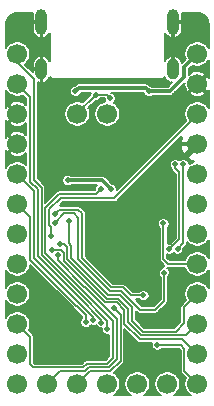
<source format=gbl>
G04 #@! TF.GenerationSoftware,KiCad,Pcbnew,(5.1.6)-1*
G04 #@! TF.CreationDate,2020-09-27T19:06:04+08:00*
G04 #@! TF.ProjectId,Alvaro,416c7661-726f-42e6-9b69-6361645f7063,C*
G04 #@! TF.SameCoordinates,Original*
G04 #@! TF.FileFunction,Copper,L2,Bot*
G04 #@! TF.FilePolarity,Positive*
%FSLAX46Y46*%
G04 Gerber Fmt 4.6, Leading zero omitted, Abs format (unit mm)*
G04 Created by KiCad (PCBNEW (5.1.6)-1) date 2020-09-27 19:06:04*
%MOMM*%
%LPD*%
G01*
G04 APERTURE LIST*
G04 #@! TA.AperFunction,ComponentPad*
%ADD10O,1.000000X1.800000*%
G04 #@! TD*
G04 #@! TA.AperFunction,ComponentPad*
%ADD11O,1.000000X2.200000*%
G04 #@! TD*
G04 #@! TA.AperFunction,ComponentPad*
%ADD12C,1.700000*%
G04 #@! TD*
G04 #@! TA.AperFunction,ViaPad*
%ADD13C,0.500000*%
G04 #@! TD*
G04 #@! TA.AperFunction,Conductor*
%ADD14C,0.310000*%
G04 #@! TD*
G04 #@! TA.AperFunction,Conductor*
%ADD15C,0.160000*%
G04 #@! TD*
G04 #@! TA.AperFunction,Conductor*
%ADD16C,0.254000*%
G04 #@! TD*
G04 APERTURE END LIST*
D10*
X24425000Y-28600000D03*
X35575000Y-28600000D03*
D11*
X24425000Y-24600000D03*
X35575000Y-24600000D03*
D12*
X24920000Y-55240000D03*
X27460000Y-55240000D03*
X30000000Y-55240000D03*
X32540000Y-55240000D03*
X35080000Y-55240000D03*
X22380000Y-27300000D03*
X22380000Y-29840000D03*
X22380000Y-32380000D03*
X22380000Y-34920000D03*
X22380000Y-37460000D03*
X22380000Y-40000000D03*
X22380000Y-42540000D03*
X22380000Y-45080000D03*
X22380000Y-47620000D03*
X22380000Y-50160000D03*
X22380000Y-52700000D03*
X22380000Y-55240000D03*
X37620000Y-55240000D03*
X37620000Y-52700000D03*
X37620000Y-50160000D03*
X37620000Y-47620000D03*
X37620000Y-45080000D03*
X37620000Y-42540000D03*
X37620000Y-40000000D03*
X37620000Y-37460000D03*
X37620000Y-34920000D03*
X37620000Y-32380000D03*
X37620000Y-29840000D03*
X37620000Y-27300000D03*
X30000000Y-32380000D03*
X27460000Y-32380000D03*
D13*
X33075010Y-48460000D03*
X35599993Y-42600000D03*
X32144943Y-38744456D03*
X26289990Y-39978317D03*
X36800000Y-43850000D03*
X24100000Y-51150000D03*
X24100000Y-50050000D03*
X24100000Y-52250000D03*
X27600000Y-34000000D03*
X36000000Y-49150000D03*
X36200000Y-47500000D03*
X23450000Y-46500000D03*
X35900000Y-53300000D03*
X35575000Y-27225000D03*
X35575000Y-26175000D03*
X24425000Y-27225000D03*
X24425000Y-26200000D03*
X32125000Y-52450000D03*
X32900000Y-49925000D03*
X29775000Y-52900000D03*
X29800000Y-51400000D03*
X25000000Y-38950000D03*
X24125000Y-49100000D03*
X30825000Y-37875000D03*
X24900000Y-35925000D03*
X24600000Y-30150000D03*
X29450000Y-34100000D03*
X33350000Y-32400000D03*
X31600000Y-32400000D03*
X25240040Y-42705931D03*
X34735854Y-41614146D03*
X26721672Y-41471672D03*
X25968156Y-43369947D03*
X25309999Y-43859999D03*
X34229687Y-51929687D03*
X29430020Y-38750001D03*
X34803589Y-45796411D03*
X25585000Y-41564245D03*
X33050000Y-47710000D03*
X25585000Y-40810002D03*
X28182768Y-50012814D03*
X28814335Y-49821175D03*
X29488133Y-50042411D03*
X29999970Y-50600000D03*
X35750000Y-36617471D03*
X35250000Y-43800000D03*
X36410003Y-36617471D03*
X35942965Y-43800000D03*
X25800000Y-44350000D03*
X29039997Y-30739999D03*
X30250000Y-31050000D03*
X26650000Y-38000000D03*
X30325000Y-38750001D03*
X27300000Y-30450000D03*
X33517002Y-30450000D03*
X30555889Y-48819111D03*
D14*
X35969399Y-34920000D02*
X37620000Y-34920000D01*
X32144943Y-38744456D02*
X31254388Y-39635011D01*
X35599993Y-42600000D02*
X35599993Y-39999993D01*
X33650000Y-38050000D02*
X33244700Y-37644700D01*
X32144943Y-38744456D02*
X33244700Y-37644700D01*
X35599993Y-39999993D02*
X33650000Y-38050000D01*
X33244700Y-37644700D02*
X35969399Y-34920000D01*
X34170853Y-41342945D02*
X34170853Y-47717710D01*
X33428563Y-48460000D02*
X33075010Y-48460000D01*
X34464653Y-41049145D02*
X34170853Y-41342945D01*
X35007055Y-41049145D02*
X34464653Y-41049145D01*
X35599993Y-41642083D02*
X35007055Y-41049145D01*
X34170853Y-47717710D02*
X33428563Y-48460000D01*
X35599993Y-42600000D02*
X35599993Y-41642083D01*
X30911082Y-39978317D02*
X31254388Y-39635011D01*
X26289990Y-39978317D02*
X30911082Y-39978317D01*
D15*
X25240040Y-41940040D02*
X25240040Y-42705931D01*
X25094999Y-41794999D02*
X25240040Y-41940040D01*
X25094999Y-40448106D02*
X25094999Y-41794999D01*
X30586886Y-39488316D02*
X26054789Y-39488316D01*
X26054789Y-39488316D02*
X25094999Y-40448106D01*
X37620000Y-32455202D02*
X30586886Y-39488316D01*
X37620000Y-32380000D02*
X37620000Y-32455202D01*
X34735854Y-44011056D02*
X34735854Y-41614146D01*
X37620000Y-45080000D02*
X35155000Y-45080000D01*
X34735854Y-44660854D02*
X34735854Y-44011056D01*
X35155000Y-45080000D02*
X34735854Y-44660854D01*
X36500000Y-48740000D02*
X37620000Y-47620000D01*
X26721672Y-43317348D02*
X26930019Y-43525695D01*
X30090588Y-47689090D02*
X31056194Y-47689090D01*
X26930019Y-43525695D02*
X26930019Y-44528521D01*
X26930019Y-44528521D02*
X30090588Y-47689090D01*
X32090018Y-48722914D02*
X32090018Y-49884894D01*
X32090018Y-49884894D02*
X33004790Y-50799666D01*
X33004790Y-50799666D02*
X35800334Y-50799666D01*
X35800334Y-50799666D02*
X36500000Y-50100000D01*
X36500000Y-50100000D02*
X36500000Y-48740000D01*
X31056194Y-47689090D02*
X32090018Y-48722914D01*
X26721672Y-41471672D02*
X26721672Y-43317348D01*
X26610010Y-43658248D02*
X26321709Y-43369947D01*
X26610011Y-44661075D02*
X26610010Y-43658248D01*
X30923642Y-48009100D02*
X29958036Y-48009100D01*
X29958036Y-48009100D02*
X26610011Y-44661075D01*
X36660324Y-51119676D02*
X32872238Y-51119676D01*
X26321709Y-43369947D02*
X25968156Y-43369947D01*
X32872238Y-51119676D02*
X31770010Y-50017448D01*
X31770009Y-48855467D02*
X30923642Y-48009100D01*
X37620000Y-50160000D02*
X36660324Y-51119676D01*
X31770010Y-50017448D02*
X31770009Y-48855467D01*
X25309999Y-43859999D02*
X25309999Y-43859999D01*
X36359686Y-51439686D02*
X37620000Y-52700000D01*
X32739686Y-51439686D02*
X36359686Y-51439686D01*
X31450000Y-50150000D02*
X32739686Y-51439686D01*
X31450000Y-48988020D02*
X31450000Y-50150000D01*
X30791090Y-48329110D02*
X31450000Y-48988020D01*
X29825484Y-48329110D02*
X30791090Y-48329110D01*
X26290001Y-44793627D02*
X29825484Y-48329110D01*
X26035201Y-43859999D02*
X26290001Y-44114799D01*
X26290001Y-44114799D02*
X26290001Y-44793627D01*
X25309999Y-43859999D02*
X26035201Y-43859999D01*
X34229687Y-51929687D02*
X36229687Y-51929687D01*
X36529999Y-54149999D02*
X37620000Y-55240000D01*
X36529999Y-52229999D02*
X36529999Y-54149999D01*
X36229687Y-51929687D02*
X36529999Y-52229999D01*
X25922237Y-39168306D02*
X29011715Y-39168306D01*
X24750040Y-40340503D02*
X25922237Y-39168306D01*
X27964887Y-53829989D02*
X28284897Y-53509979D01*
X28284897Y-53509979D02*
X29984897Y-53509979D01*
X29011715Y-39168306D02*
X29430020Y-38750001D01*
X23470001Y-53570001D02*
X23729989Y-53829989D01*
X23729989Y-53829989D02*
X27964887Y-53829989D01*
X22380000Y-50160000D02*
X23470001Y-51250001D01*
X27914354Y-47329990D02*
X24750040Y-44165676D01*
X24750040Y-44165676D02*
X24750040Y-40340503D01*
X29984897Y-53509979D02*
X30489970Y-53004906D01*
X23470001Y-51250001D02*
X23470001Y-53570001D01*
X30489970Y-53004906D02*
X30489970Y-49898720D01*
X30489970Y-49898720D02*
X27921240Y-47329990D01*
X27921240Y-47329990D02*
X27914354Y-47329990D01*
X26360918Y-40788327D02*
X25585000Y-41564245D01*
X30204060Y-47350000D02*
X27533301Y-44679241D01*
X27533301Y-41183301D02*
X27138327Y-40788327D01*
X31169666Y-47350000D02*
X30204060Y-47350000D01*
X27533301Y-44679241D02*
X27533301Y-41183301D01*
X34803589Y-45796411D02*
X34803589Y-48196411D01*
X32750000Y-48950000D02*
X32750000Y-48930334D01*
X27138327Y-40788327D02*
X26360918Y-40788327D01*
X34803589Y-48196411D02*
X34050000Y-48950000D01*
X32750000Y-48930334D02*
X31169666Y-47350000D01*
X34050000Y-48950000D02*
X32750000Y-48950000D01*
X27543318Y-40468318D02*
X25926685Y-40468317D01*
X33050000Y-47710000D02*
X31982228Y-47710000D01*
X30336612Y-47029990D02*
X27853311Y-44546689D01*
X25926685Y-40468317D02*
X25585000Y-40810002D01*
X31982228Y-47710000D02*
X31302218Y-47029990D01*
X31302218Y-47029990D02*
X30336612Y-47029990D01*
X27853311Y-40778311D02*
X27543318Y-40468318D01*
X27853311Y-44546689D02*
X27853311Y-40778311D01*
X23470002Y-41090002D02*
X23470003Y-44695887D01*
X22380000Y-40000000D02*
X23470002Y-41090002D01*
X23470003Y-44695887D02*
X27384145Y-48610029D01*
X27384145Y-48610029D02*
X27391031Y-48610029D01*
X28200000Y-49900000D02*
X28200000Y-49418998D01*
X27391031Y-48610029D02*
X27840501Y-49059499D01*
X28200000Y-49418998D02*
X27840501Y-49059499D01*
X23790012Y-38870012D02*
X22380000Y-37460000D01*
X23790012Y-44563334D02*
X23790012Y-38870012D01*
X27516697Y-48290019D02*
X23790012Y-44563334D01*
X27523583Y-48290019D02*
X27516697Y-48290019D01*
X28814335Y-49580771D02*
X27523583Y-48290019D01*
X28814335Y-49821175D02*
X28814335Y-49580771D01*
X27656137Y-47970011D02*
X27649250Y-47970010D01*
X24110022Y-38737460D02*
X23470002Y-38097440D01*
X23470002Y-38097440D02*
X23470001Y-30930001D01*
X29488133Y-50042411D02*
X29488133Y-49802007D01*
X27649250Y-47970010D02*
X24110022Y-44430782D01*
X23470001Y-30930001D02*
X22380000Y-29840000D01*
X29488133Y-49802007D02*
X27656137Y-47970011D01*
X24110022Y-44430782D02*
X24110022Y-38737460D01*
X29999970Y-50600000D02*
X29999970Y-49861282D01*
X27788689Y-47650001D02*
X27781803Y-47650001D01*
X24430031Y-38604907D02*
X23790010Y-37964886D01*
X27781803Y-47650001D02*
X24430031Y-44298229D01*
X24430031Y-44298229D02*
X24430031Y-38604907D01*
X23790010Y-37964886D02*
X23790010Y-29411542D01*
X23790010Y-29411542D02*
X22380000Y-28001532D01*
X22380000Y-28001532D02*
X22380000Y-27300000D01*
X29999970Y-49861282D02*
X27788689Y-47650001D01*
X35250000Y-43800000D02*
X36089993Y-42960007D01*
X35750000Y-36971024D02*
X36089993Y-37311017D01*
X35750000Y-36617471D02*
X35750000Y-36971024D01*
X36089993Y-37311017D02*
X36089993Y-42960007D01*
X36410003Y-36617471D02*
X36410003Y-43332962D01*
X36410003Y-43332962D02*
X35942965Y-43800000D01*
X26010001Y-54149999D02*
X24920000Y-55240000D01*
X28086926Y-47050000D02*
X28093812Y-47050000D01*
X28046906Y-47009980D02*
X28086926Y-47050000D01*
X28046906Y-47003094D02*
X28046906Y-47009980D01*
X25800000Y-44756188D02*
X28046906Y-47003094D01*
X28417449Y-53829989D02*
X28097439Y-54149999D01*
X25800000Y-44350000D02*
X25800000Y-44756188D01*
X28093812Y-47050000D02*
X30809980Y-49766168D01*
X30809980Y-49766168D02*
X30809980Y-53137458D01*
X28097439Y-54149999D02*
X26010001Y-54149999D01*
X30809980Y-53137458D02*
X30117449Y-53829989D01*
X30117449Y-53829989D02*
X28417449Y-53829989D01*
X27460000Y-32319996D02*
X27460000Y-32380000D01*
X29039997Y-30739999D02*
X27460000Y-32319996D01*
X29939999Y-30739999D02*
X30250000Y-31050000D01*
X29039997Y-30739999D02*
X29939999Y-30739999D01*
D14*
X36501299Y-29226299D02*
X36501299Y-28418701D01*
X36501299Y-28418701D02*
X37620000Y-27300000D01*
X36501299Y-29226299D02*
X35767608Y-29959990D01*
X29574999Y-38000000D02*
X26650000Y-38000000D01*
X30325000Y-38750001D02*
X29574999Y-38000000D01*
X27575002Y-30174998D02*
X27300000Y-30450000D01*
X33242000Y-30174998D02*
X27575002Y-30174998D01*
X33517002Y-30450000D02*
X33242000Y-30174998D01*
X35277598Y-30450000D02*
X35767608Y-29959990D01*
X33517002Y-30450000D02*
X35277598Y-30450000D01*
D15*
X27460000Y-55240000D02*
X28550001Y-54149999D01*
X28550001Y-54149999D02*
X30250001Y-54149999D01*
X30250001Y-54149999D02*
X31129990Y-53270010D01*
X31129990Y-49393212D02*
X30555889Y-48819111D01*
X31129990Y-50745010D02*
X31129990Y-49393212D01*
X31129990Y-50745010D02*
X31129990Y-53270010D01*
G36*
X32502300Y-51654849D02*
G01*
X32512317Y-51667055D01*
X32524522Y-51677071D01*
X32524525Y-51677074D01*
X32561042Y-51707043D01*
X32599771Y-51727744D01*
X32616635Y-51736758D01*
X32676955Y-51755056D01*
X32723968Y-51759686D01*
X32723972Y-51759686D01*
X32739685Y-51761234D01*
X32755398Y-51759686D01*
X33769731Y-51759686D01*
X33758517Y-51786759D01*
X33739687Y-51881426D01*
X33739687Y-51977948D01*
X33758517Y-52072615D01*
X33795455Y-52161789D01*
X33849079Y-52242044D01*
X33917330Y-52310295D01*
X33997585Y-52363919D01*
X34086759Y-52400857D01*
X34181426Y-52419687D01*
X34277948Y-52419687D01*
X34372615Y-52400857D01*
X34461789Y-52363919D01*
X34542044Y-52310295D01*
X34602652Y-52249687D01*
X36097139Y-52249687D01*
X36209999Y-52362547D01*
X36210000Y-54134276D01*
X36208451Y-54149999D01*
X36211453Y-54180475D01*
X36214630Y-54212730D01*
X36232928Y-54273050D01*
X36262642Y-54328641D01*
X36287965Y-54359497D01*
X36302631Y-54377368D01*
X36314840Y-54387387D01*
X36653202Y-54725750D01*
X36571888Y-54922059D01*
X36530000Y-55132644D01*
X36530000Y-55347356D01*
X36571888Y-55557941D01*
X36654055Y-55756309D01*
X36773342Y-55934834D01*
X36925166Y-56086658D01*
X37087311Y-56195000D01*
X35612689Y-56195000D01*
X35774834Y-56086658D01*
X35926658Y-55934834D01*
X36045945Y-55756309D01*
X36128112Y-55557941D01*
X36170000Y-55347356D01*
X36170000Y-55132644D01*
X36128112Y-54922059D01*
X36045945Y-54723691D01*
X35926658Y-54545166D01*
X35774834Y-54393342D01*
X35596309Y-54274055D01*
X35397941Y-54191888D01*
X35187356Y-54150000D01*
X34972644Y-54150000D01*
X34762059Y-54191888D01*
X34563691Y-54274055D01*
X34385166Y-54393342D01*
X34233342Y-54545166D01*
X34114055Y-54723691D01*
X34031888Y-54922059D01*
X33990000Y-55132644D01*
X33990000Y-55347356D01*
X34031888Y-55557941D01*
X34114055Y-55756309D01*
X34233342Y-55934834D01*
X34385166Y-56086658D01*
X34547311Y-56195000D01*
X33072689Y-56195000D01*
X33234834Y-56086658D01*
X33386658Y-55934834D01*
X33505945Y-55756309D01*
X33588112Y-55557941D01*
X33630000Y-55347356D01*
X33630000Y-55132644D01*
X33588112Y-54922059D01*
X33505945Y-54723691D01*
X33386658Y-54545166D01*
X33234834Y-54393342D01*
X33056309Y-54274055D01*
X32857941Y-54191888D01*
X32647356Y-54150000D01*
X32432644Y-54150000D01*
X32222059Y-54191888D01*
X32023691Y-54274055D01*
X31845166Y-54393342D01*
X31693342Y-54545166D01*
X31574055Y-54723691D01*
X31491888Y-54922059D01*
X31450000Y-55132644D01*
X31450000Y-55347356D01*
X31491888Y-55557941D01*
X31574055Y-55756309D01*
X31693342Y-55934834D01*
X31845166Y-56086658D01*
X32007311Y-56195000D01*
X30532689Y-56195000D01*
X30694834Y-56086658D01*
X30846658Y-55934834D01*
X30965945Y-55756309D01*
X31048112Y-55557941D01*
X31090000Y-55347356D01*
X31090000Y-55132644D01*
X31048112Y-54922059D01*
X30965945Y-54723691D01*
X30846658Y-54545166D01*
X30694834Y-54393342D01*
X30553585Y-54298962D01*
X31345153Y-53507396D01*
X31357359Y-53497379D01*
X31367378Y-53485171D01*
X31397347Y-53448654D01*
X31427061Y-53393062D01*
X31427062Y-53393061D01*
X31445360Y-53332741D01*
X31449990Y-53285728D01*
X31449990Y-53285724D01*
X31451538Y-53270011D01*
X31449990Y-53254298D01*
X31449990Y-50602537D01*
X32502300Y-51654849D01*
G37*
X32502300Y-51654849D02*
X32512317Y-51667055D01*
X32524522Y-51677071D01*
X32524525Y-51677074D01*
X32561042Y-51707043D01*
X32599771Y-51727744D01*
X32616635Y-51736758D01*
X32676955Y-51755056D01*
X32723968Y-51759686D01*
X32723972Y-51759686D01*
X32739685Y-51761234D01*
X32755398Y-51759686D01*
X33769731Y-51759686D01*
X33758517Y-51786759D01*
X33739687Y-51881426D01*
X33739687Y-51977948D01*
X33758517Y-52072615D01*
X33795455Y-52161789D01*
X33849079Y-52242044D01*
X33917330Y-52310295D01*
X33997585Y-52363919D01*
X34086759Y-52400857D01*
X34181426Y-52419687D01*
X34277948Y-52419687D01*
X34372615Y-52400857D01*
X34461789Y-52363919D01*
X34542044Y-52310295D01*
X34602652Y-52249687D01*
X36097139Y-52249687D01*
X36209999Y-52362547D01*
X36210000Y-54134276D01*
X36208451Y-54149999D01*
X36211453Y-54180475D01*
X36214630Y-54212730D01*
X36232928Y-54273050D01*
X36262642Y-54328641D01*
X36287965Y-54359497D01*
X36302631Y-54377368D01*
X36314840Y-54387387D01*
X36653202Y-54725750D01*
X36571888Y-54922059D01*
X36530000Y-55132644D01*
X36530000Y-55347356D01*
X36571888Y-55557941D01*
X36654055Y-55756309D01*
X36773342Y-55934834D01*
X36925166Y-56086658D01*
X37087311Y-56195000D01*
X35612689Y-56195000D01*
X35774834Y-56086658D01*
X35926658Y-55934834D01*
X36045945Y-55756309D01*
X36128112Y-55557941D01*
X36170000Y-55347356D01*
X36170000Y-55132644D01*
X36128112Y-54922059D01*
X36045945Y-54723691D01*
X35926658Y-54545166D01*
X35774834Y-54393342D01*
X35596309Y-54274055D01*
X35397941Y-54191888D01*
X35187356Y-54150000D01*
X34972644Y-54150000D01*
X34762059Y-54191888D01*
X34563691Y-54274055D01*
X34385166Y-54393342D01*
X34233342Y-54545166D01*
X34114055Y-54723691D01*
X34031888Y-54922059D01*
X33990000Y-55132644D01*
X33990000Y-55347356D01*
X34031888Y-55557941D01*
X34114055Y-55756309D01*
X34233342Y-55934834D01*
X34385166Y-56086658D01*
X34547311Y-56195000D01*
X33072689Y-56195000D01*
X33234834Y-56086658D01*
X33386658Y-55934834D01*
X33505945Y-55756309D01*
X33588112Y-55557941D01*
X33630000Y-55347356D01*
X33630000Y-55132644D01*
X33588112Y-54922059D01*
X33505945Y-54723691D01*
X33386658Y-54545166D01*
X33234834Y-54393342D01*
X33056309Y-54274055D01*
X32857941Y-54191888D01*
X32647356Y-54150000D01*
X32432644Y-54150000D01*
X32222059Y-54191888D01*
X32023691Y-54274055D01*
X31845166Y-54393342D01*
X31693342Y-54545166D01*
X31574055Y-54723691D01*
X31491888Y-54922059D01*
X31450000Y-55132644D01*
X31450000Y-55347356D01*
X31491888Y-55557941D01*
X31574055Y-55756309D01*
X31693342Y-55934834D01*
X31845166Y-56086658D01*
X32007311Y-56195000D01*
X30532689Y-56195000D01*
X30694834Y-56086658D01*
X30846658Y-55934834D01*
X30965945Y-55756309D01*
X31048112Y-55557941D01*
X31090000Y-55347356D01*
X31090000Y-55132644D01*
X31048112Y-54922059D01*
X30965945Y-54723691D01*
X30846658Y-54545166D01*
X30694834Y-54393342D01*
X30553585Y-54298962D01*
X31345153Y-53507396D01*
X31357359Y-53497379D01*
X31367378Y-53485171D01*
X31397347Y-53448654D01*
X31427061Y-53393062D01*
X31427062Y-53393061D01*
X31445360Y-53332741D01*
X31449990Y-53285728D01*
X31449990Y-53285724D01*
X31451538Y-53270011D01*
X31449990Y-53254298D01*
X31449990Y-50602537D01*
X32502300Y-51654849D01*
G36*
X27146755Y-48825187D02*
G01*
X27156776Y-48837398D01*
X27168985Y-48847417D01*
X27205502Y-48877386D01*
X27206230Y-48877775D01*
X27625341Y-49296887D01*
X27625346Y-49296891D01*
X27880001Y-49551547D01*
X27880001Y-49625799D01*
X27870411Y-49632206D01*
X27802160Y-49700457D01*
X27748536Y-49780712D01*
X27711598Y-49869886D01*
X27692768Y-49964553D01*
X27692768Y-50061075D01*
X27711598Y-50155742D01*
X27748536Y-50244916D01*
X27802160Y-50325171D01*
X27870411Y-50393422D01*
X27950666Y-50447046D01*
X28039840Y-50483984D01*
X28134507Y-50502814D01*
X28231029Y-50502814D01*
X28325696Y-50483984D01*
X28414870Y-50447046D01*
X28495125Y-50393422D01*
X28563376Y-50325171D01*
X28603973Y-50264412D01*
X28671407Y-50292345D01*
X28766074Y-50311175D01*
X28862596Y-50311175D01*
X28957263Y-50292345D01*
X29046053Y-50255566D01*
X29053901Y-50274513D01*
X29107525Y-50354768D01*
X29175776Y-50423019D01*
X29256031Y-50476643D01*
X29345205Y-50513581D01*
X29439872Y-50532411D01*
X29513814Y-50532411D01*
X29509970Y-50551739D01*
X29509970Y-50648261D01*
X29528800Y-50742928D01*
X29565738Y-50832102D01*
X29619362Y-50912357D01*
X29687613Y-50980608D01*
X29767868Y-51034232D01*
X29857042Y-51071170D01*
X29951709Y-51090000D01*
X30048231Y-51090000D01*
X30142898Y-51071170D01*
X30169971Y-51059956D01*
X30169970Y-52872358D01*
X29852350Y-53189979D01*
X28300602Y-53189979D01*
X28284896Y-53188432D01*
X28269190Y-53189979D01*
X28269179Y-53189979D01*
X28222166Y-53194609D01*
X28161846Y-53212907D01*
X28155482Y-53216309D01*
X28106253Y-53242622D01*
X28069736Y-53272591D01*
X28069733Y-53272594D01*
X28057528Y-53282610D01*
X28047511Y-53294816D01*
X27832339Y-53509989D01*
X23862537Y-53509989D01*
X23790001Y-53437454D01*
X23790001Y-51265713D01*
X23791549Y-51250000D01*
X23790001Y-51234283D01*
X23785371Y-51187270D01*
X23767073Y-51126950D01*
X23737359Y-51071360D01*
X23737358Y-51071358D01*
X23707389Y-51034840D01*
X23707386Y-51034837D01*
X23697370Y-51022632D01*
X23685165Y-51012617D01*
X23346798Y-50674250D01*
X23428112Y-50477941D01*
X23470000Y-50267356D01*
X23470000Y-50052644D01*
X23428112Y-49842059D01*
X23345945Y-49643691D01*
X23226658Y-49465166D01*
X23074834Y-49313342D01*
X22896309Y-49194055D01*
X22697941Y-49111888D01*
X22487356Y-49070000D01*
X22272644Y-49070000D01*
X22062059Y-49111888D01*
X21863691Y-49194055D01*
X21685166Y-49313342D01*
X21533342Y-49465166D01*
X21425000Y-49627311D01*
X21425000Y-48152689D01*
X21533342Y-48314834D01*
X21685166Y-48466658D01*
X21863691Y-48585945D01*
X22062059Y-48668112D01*
X22272644Y-48710000D01*
X22487356Y-48710000D01*
X22697941Y-48668112D01*
X22896309Y-48585945D01*
X23074834Y-48466658D01*
X23226658Y-48314834D01*
X23345945Y-48136309D01*
X23428112Y-47937941D01*
X23470000Y-47727356D01*
X23470000Y-47512644D01*
X23428112Y-47302059D01*
X23345945Y-47103691D01*
X23226658Y-46925166D01*
X23074834Y-46773342D01*
X22896309Y-46654055D01*
X22697941Y-46571888D01*
X22487356Y-46530000D01*
X22272644Y-46530000D01*
X22062059Y-46571888D01*
X21863691Y-46654055D01*
X21685166Y-46773342D01*
X21533342Y-46925166D01*
X21425000Y-47087311D01*
X21425000Y-45612689D01*
X21533342Y-45774834D01*
X21685166Y-45926658D01*
X21863691Y-46045945D01*
X22062059Y-46128112D01*
X22272644Y-46170000D01*
X22487356Y-46170000D01*
X22697941Y-46128112D01*
X22896309Y-46045945D01*
X23074834Y-45926658D01*
X23226658Y-45774834D01*
X23345945Y-45596309D01*
X23428112Y-45397941D01*
X23470000Y-45187356D01*
X23470000Y-45148431D01*
X27146755Y-48825187D01*
G37*
X27146755Y-48825187D02*
X27156776Y-48837398D01*
X27168985Y-48847417D01*
X27205502Y-48877386D01*
X27206230Y-48877775D01*
X27625341Y-49296887D01*
X27625346Y-49296891D01*
X27880001Y-49551547D01*
X27880001Y-49625799D01*
X27870411Y-49632206D01*
X27802160Y-49700457D01*
X27748536Y-49780712D01*
X27711598Y-49869886D01*
X27692768Y-49964553D01*
X27692768Y-50061075D01*
X27711598Y-50155742D01*
X27748536Y-50244916D01*
X27802160Y-50325171D01*
X27870411Y-50393422D01*
X27950666Y-50447046D01*
X28039840Y-50483984D01*
X28134507Y-50502814D01*
X28231029Y-50502814D01*
X28325696Y-50483984D01*
X28414870Y-50447046D01*
X28495125Y-50393422D01*
X28563376Y-50325171D01*
X28603973Y-50264412D01*
X28671407Y-50292345D01*
X28766074Y-50311175D01*
X28862596Y-50311175D01*
X28957263Y-50292345D01*
X29046053Y-50255566D01*
X29053901Y-50274513D01*
X29107525Y-50354768D01*
X29175776Y-50423019D01*
X29256031Y-50476643D01*
X29345205Y-50513581D01*
X29439872Y-50532411D01*
X29513814Y-50532411D01*
X29509970Y-50551739D01*
X29509970Y-50648261D01*
X29528800Y-50742928D01*
X29565738Y-50832102D01*
X29619362Y-50912357D01*
X29687613Y-50980608D01*
X29767868Y-51034232D01*
X29857042Y-51071170D01*
X29951709Y-51090000D01*
X30048231Y-51090000D01*
X30142898Y-51071170D01*
X30169971Y-51059956D01*
X30169970Y-52872358D01*
X29852350Y-53189979D01*
X28300602Y-53189979D01*
X28284896Y-53188432D01*
X28269190Y-53189979D01*
X28269179Y-53189979D01*
X28222166Y-53194609D01*
X28161846Y-53212907D01*
X28155482Y-53216309D01*
X28106253Y-53242622D01*
X28069736Y-53272591D01*
X28069733Y-53272594D01*
X28057528Y-53282610D01*
X28047511Y-53294816D01*
X27832339Y-53509989D01*
X23862537Y-53509989D01*
X23790001Y-53437454D01*
X23790001Y-51265713D01*
X23791549Y-51250000D01*
X23790001Y-51234283D01*
X23785371Y-51187270D01*
X23767073Y-51126950D01*
X23737359Y-51071360D01*
X23737358Y-51071358D01*
X23707389Y-51034840D01*
X23707386Y-51034837D01*
X23697370Y-51022632D01*
X23685165Y-51012617D01*
X23346798Y-50674250D01*
X23428112Y-50477941D01*
X23470000Y-50267356D01*
X23470000Y-50052644D01*
X23428112Y-49842059D01*
X23345945Y-49643691D01*
X23226658Y-49465166D01*
X23074834Y-49313342D01*
X22896309Y-49194055D01*
X22697941Y-49111888D01*
X22487356Y-49070000D01*
X22272644Y-49070000D01*
X22062059Y-49111888D01*
X21863691Y-49194055D01*
X21685166Y-49313342D01*
X21533342Y-49465166D01*
X21425000Y-49627311D01*
X21425000Y-48152689D01*
X21533342Y-48314834D01*
X21685166Y-48466658D01*
X21863691Y-48585945D01*
X22062059Y-48668112D01*
X22272644Y-48710000D01*
X22487356Y-48710000D01*
X22697941Y-48668112D01*
X22896309Y-48585945D01*
X23074834Y-48466658D01*
X23226658Y-48314834D01*
X23345945Y-48136309D01*
X23428112Y-47937941D01*
X23470000Y-47727356D01*
X23470000Y-47512644D01*
X23428112Y-47302059D01*
X23345945Y-47103691D01*
X23226658Y-46925166D01*
X23074834Y-46773342D01*
X22896309Y-46654055D01*
X22697941Y-46571888D01*
X22487356Y-46530000D01*
X22272644Y-46530000D01*
X22062059Y-46571888D01*
X21863691Y-46654055D01*
X21685166Y-46773342D01*
X21533342Y-46925166D01*
X21425000Y-47087311D01*
X21425000Y-45612689D01*
X21533342Y-45774834D01*
X21685166Y-45926658D01*
X21863691Y-46045945D01*
X22062059Y-46128112D01*
X22272644Y-46170000D01*
X22487356Y-46170000D01*
X22697941Y-46128112D01*
X22896309Y-46045945D01*
X23074834Y-45926658D01*
X23226658Y-45774834D01*
X23345945Y-45596309D01*
X23428112Y-45397941D01*
X23470000Y-45187356D01*
X23470000Y-45148431D01*
X27146755Y-48825187D01*
G36*
X35092269Y-45395370D02*
G01*
X35139282Y-45400000D01*
X35139287Y-45400000D01*
X35155000Y-45401548D01*
X35170713Y-45400000D01*
X36572741Y-45400000D01*
X36654055Y-45596309D01*
X36773342Y-45774834D01*
X36925166Y-45926658D01*
X37103691Y-46045945D01*
X37302059Y-46128112D01*
X37512644Y-46170000D01*
X37727356Y-46170000D01*
X37937941Y-46128112D01*
X38136309Y-46045945D01*
X38314834Y-45926658D01*
X38466658Y-45774834D01*
X38575000Y-45612689D01*
X38575000Y-47087311D01*
X38466658Y-46925166D01*
X38314834Y-46773342D01*
X38136309Y-46654055D01*
X37937941Y-46571888D01*
X37727356Y-46530000D01*
X37512644Y-46530000D01*
X37302059Y-46571888D01*
X37103691Y-46654055D01*
X36925166Y-46773342D01*
X36773342Y-46925166D01*
X36654055Y-47103691D01*
X36571888Y-47302059D01*
X36530000Y-47512644D01*
X36530000Y-47727356D01*
X36571888Y-47937941D01*
X36653202Y-48134250D01*
X36284843Y-48502610D01*
X36272632Y-48512631D01*
X36262612Y-48524841D01*
X36232643Y-48561358D01*
X36209109Y-48605387D01*
X36202929Y-48616949D01*
X36184631Y-48677269D01*
X36181684Y-48707196D01*
X36178452Y-48740000D01*
X36180001Y-48755723D01*
X36180000Y-49967452D01*
X35667787Y-50479666D01*
X33137338Y-50479666D01*
X32410018Y-49752347D01*
X32410018Y-49042900D01*
X32467580Y-49100462D01*
X32482643Y-49128642D01*
X32513172Y-49165843D01*
X32522631Y-49177369D01*
X32571358Y-49217357D01*
X32626949Y-49247072D01*
X32687269Y-49265370D01*
X32750000Y-49271548D01*
X32765718Y-49270000D01*
X34034287Y-49270000D01*
X34050000Y-49271548D01*
X34065713Y-49270000D01*
X34065718Y-49270000D01*
X34112731Y-49265370D01*
X34173051Y-49247072D01*
X34228642Y-49217357D01*
X34277369Y-49177369D01*
X34287394Y-49165153D01*
X35018747Y-48433801D01*
X35030958Y-48423780D01*
X35057170Y-48391840D01*
X35070946Y-48375054D01*
X35088255Y-48342672D01*
X35100661Y-48319462D01*
X35118959Y-48259142D01*
X35123589Y-48212129D01*
X35123589Y-48212127D01*
X35125137Y-48196411D01*
X35123589Y-48180695D01*
X35123589Y-46169376D01*
X35184197Y-46108768D01*
X35237821Y-46028513D01*
X35274759Y-45939339D01*
X35293589Y-45844672D01*
X35293589Y-45748150D01*
X35274759Y-45653483D01*
X35237821Y-45564309D01*
X35184197Y-45484054D01*
X35115946Y-45415803D01*
X35079625Y-45391535D01*
X35092269Y-45395370D01*
G37*
X35092269Y-45395370D02*
X35139282Y-45400000D01*
X35139287Y-45400000D01*
X35155000Y-45401548D01*
X35170713Y-45400000D01*
X36572741Y-45400000D01*
X36654055Y-45596309D01*
X36773342Y-45774834D01*
X36925166Y-45926658D01*
X37103691Y-46045945D01*
X37302059Y-46128112D01*
X37512644Y-46170000D01*
X37727356Y-46170000D01*
X37937941Y-46128112D01*
X38136309Y-46045945D01*
X38314834Y-45926658D01*
X38466658Y-45774834D01*
X38575000Y-45612689D01*
X38575000Y-47087311D01*
X38466658Y-46925166D01*
X38314834Y-46773342D01*
X38136309Y-46654055D01*
X37937941Y-46571888D01*
X37727356Y-46530000D01*
X37512644Y-46530000D01*
X37302059Y-46571888D01*
X37103691Y-46654055D01*
X36925166Y-46773342D01*
X36773342Y-46925166D01*
X36654055Y-47103691D01*
X36571888Y-47302059D01*
X36530000Y-47512644D01*
X36530000Y-47727356D01*
X36571888Y-47937941D01*
X36653202Y-48134250D01*
X36284843Y-48502610D01*
X36272632Y-48512631D01*
X36262612Y-48524841D01*
X36232643Y-48561358D01*
X36209109Y-48605387D01*
X36202929Y-48616949D01*
X36184631Y-48677269D01*
X36181684Y-48707196D01*
X36178452Y-48740000D01*
X36180001Y-48755723D01*
X36180000Y-49967452D01*
X35667787Y-50479666D01*
X33137338Y-50479666D01*
X32410018Y-49752347D01*
X32410018Y-49042900D01*
X32467580Y-49100462D01*
X32482643Y-49128642D01*
X32513172Y-49165843D01*
X32522631Y-49177369D01*
X32571358Y-49217357D01*
X32626949Y-49247072D01*
X32687269Y-49265370D01*
X32750000Y-49271548D01*
X32765718Y-49270000D01*
X34034287Y-49270000D01*
X34050000Y-49271548D01*
X34065713Y-49270000D01*
X34065718Y-49270000D01*
X34112731Y-49265370D01*
X34173051Y-49247072D01*
X34228642Y-49217357D01*
X34277369Y-49177369D01*
X34287394Y-49165153D01*
X35018747Y-48433801D01*
X35030958Y-48423780D01*
X35057170Y-48391840D01*
X35070946Y-48375054D01*
X35088255Y-48342672D01*
X35100661Y-48319462D01*
X35118959Y-48259142D01*
X35123589Y-48212129D01*
X35123589Y-48212127D01*
X35125137Y-48196411D01*
X35123589Y-48180695D01*
X35123589Y-46169376D01*
X35184197Y-46108768D01*
X35237821Y-46028513D01*
X35274759Y-45939339D01*
X35293589Y-45844672D01*
X35293589Y-45748150D01*
X35274759Y-45653483D01*
X35237821Y-45564309D01*
X35184197Y-45484054D01*
X35115946Y-45415803D01*
X35079625Y-45391535D01*
X35092269Y-45395370D01*
G36*
X38575000Y-44547311D02*
G01*
X38466658Y-44385166D01*
X38314834Y-44233342D01*
X38136309Y-44114055D01*
X37937941Y-44031888D01*
X37727356Y-43990000D01*
X37512644Y-43990000D01*
X37302059Y-44031888D01*
X37103691Y-44114055D01*
X36925166Y-44233342D01*
X36773342Y-44385166D01*
X36654055Y-44563691D01*
X36572741Y-44760000D01*
X35287548Y-44760000D01*
X35055854Y-44528307D01*
X35055854Y-44249954D01*
X35107072Y-44271170D01*
X35201739Y-44290000D01*
X35298261Y-44290000D01*
X35392928Y-44271170D01*
X35482102Y-44234232D01*
X35562357Y-44180608D01*
X35596483Y-44146483D01*
X35630608Y-44180608D01*
X35710863Y-44234232D01*
X35800037Y-44271170D01*
X35894704Y-44290000D01*
X35991226Y-44290000D01*
X36085893Y-44271170D01*
X36175067Y-44234232D01*
X36255322Y-44180608D01*
X36323573Y-44112357D01*
X36377197Y-44032102D01*
X36414135Y-43942928D01*
X36432965Y-43848261D01*
X36432965Y-43762548D01*
X36625166Y-43570348D01*
X36637372Y-43560331D01*
X36647391Y-43548123D01*
X36677360Y-43511606D01*
X36707074Y-43456014D01*
X36707075Y-43456013D01*
X36725373Y-43395693D01*
X36730003Y-43348680D01*
X36730003Y-43348669D01*
X36731550Y-43332963D01*
X36730003Y-43317257D01*
X36730003Y-43169973D01*
X36773342Y-43234834D01*
X36925166Y-43386658D01*
X37103691Y-43505945D01*
X37302059Y-43588112D01*
X37512644Y-43630000D01*
X37727356Y-43630000D01*
X37937941Y-43588112D01*
X38136309Y-43505945D01*
X38314834Y-43386658D01*
X38466658Y-43234834D01*
X38575000Y-43072689D01*
X38575000Y-44547311D01*
G37*
X38575000Y-44547311D02*
X38466658Y-44385166D01*
X38314834Y-44233342D01*
X38136309Y-44114055D01*
X37937941Y-44031888D01*
X37727356Y-43990000D01*
X37512644Y-43990000D01*
X37302059Y-44031888D01*
X37103691Y-44114055D01*
X36925166Y-44233342D01*
X36773342Y-44385166D01*
X36654055Y-44563691D01*
X36572741Y-44760000D01*
X35287548Y-44760000D01*
X35055854Y-44528307D01*
X35055854Y-44249954D01*
X35107072Y-44271170D01*
X35201739Y-44290000D01*
X35298261Y-44290000D01*
X35392928Y-44271170D01*
X35482102Y-44234232D01*
X35562357Y-44180608D01*
X35596483Y-44146483D01*
X35630608Y-44180608D01*
X35710863Y-44234232D01*
X35800037Y-44271170D01*
X35894704Y-44290000D01*
X35991226Y-44290000D01*
X36085893Y-44271170D01*
X36175067Y-44234232D01*
X36255322Y-44180608D01*
X36323573Y-44112357D01*
X36377197Y-44032102D01*
X36414135Y-43942928D01*
X36432965Y-43848261D01*
X36432965Y-43762548D01*
X36625166Y-43570348D01*
X36637372Y-43560331D01*
X36647391Y-43548123D01*
X36677360Y-43511606D01*
X36707074Y-43456014D01*
X36707075Y-43456013D01*
X36725373Y-43395693D01*
X36730003Y-43348680D01*
X36730003Y-43348669D01*
X36731550Y-43332963D01*
X36730003Y-43317257D01*
X36730003Y-43169973D01*
X36773342Y-43234834D01*
X36925166Y-43386658D01*
X37103691Y-43505945D01*
X37302059Y-43588112D01*
X37512644Y-43630000D01*
X37727356Y-43630000D01*
X37937941Y-43588112D01*
X38136309Y-43505945D01*
X38314834Y-43386658D01*
X38466658Y-43234834D01*
X38575000Y-43072689D01*
X38575000Y-44547311D01*
G36*
X23685000Y-23920000D02*
G01*
X23685000Y-24520000D01*
X24345000Y-24520000D01*
X24345000Y-24500000D01*
X24505000Y-24500000D01*
X24505000Y-24520000D01*
X24525000Y-24520000D01*
X24525000Y-24680000D01*
X24505000Y-24680000D01*
X24505000Y-25875278D01*
X24619098Y-25914091D01*
X24769605Y-25859733D01*
X24891691Y-25779827D01*
X24995842Y-25677639D01*
X25078056Y-25557096D01*
X25113000Y-25474954D01*
X25113001Y-27925048D01*
X25078056Y-27842904D01*
X24995842Y-27722361D01*
X24891691Y-27620173D01*
X24769605Y-27540267D01*
X24619098Y-27485909D01*
X24505000Y-27524722D01*
X24505000Y-28520000D01*
X24525000Y-28520000D01*
X24525000Y-28680000D01*
X24505000Y-28680000D01*
X24505000Y-29675278D01*
X24619098Y-29714091D01*
X24769605Y-29659733D01*
X24891691Y-29579827D01*
X24995842Y-29477639D01*
X25078056Y-29357096D01*
X25135174Y-29222830D01*
X25135546Y-29221049D01*
X25135570Y-29221128D01*
X25164820Y-29275851D01*
X25204184Y-29323816D01*
X25252149Y-29363180D01*
X25306872Y-29392430D01*
X25366249Y-29410442D01*
X25412527Y-29415000D01*
X25428000Y-29416524D01*
X25443473Y-29415000D01*
X34556527Y-29415000D01*
X34572000Y-29416524D01*
X34587473Y-29415000D01*
X34633751Y-29410442D01*
X34693128Y-29392430D01*
X34747851Y-29363180D01*
X34795816Y-29323816D01*
X34835180Y-29275851D01*
X34864430Y-29221128D01*
X34864454Y-29221049D01*
X34864826Y-29222830D01*
X34921944Y-29357096D01*
X35004158Y-29477639D01*
X35108309Y-29579827D01*
X35230395Y-29659733D01*
X35380902Y-29714091D01*
X35493039Y-29675945D01*
X35113985Y-30055000D01*
X33807820Y-30055000D01*
X33749104Y-30015768D01*
X33659930Y-29978830D01*
X33590669Y-29965053D01*
X33535028Y-29909413D01*
X33522658Y-29894340D01*
X33462512Y-29844979D01*
X33393891Y-29808300D01*
X33319433Y-29785714D01*
X33261401Y-29779998D01*
X33261394Y-29779998D01*
X33242000Y-29778088D01*
X33222606Y-29779998D01*
X27594396Y-29779998D01*
X27575002Y-29778088D01*
X27555608Y-29779998D01*
X27555601Y-29779998D01*
X27497569Y-29785714D01*
X27423110Y-29808300D01*
X27354490Y-29844979D01*
X27309413Y-29881972D01*
X27309407Y-29881978D01*
X27294344Y-29894340D01*
X27281981Y-29909404D01*
X27226332Y-29965054D01*
X27157072Y-29978830D01*
X27067898Y-30015768D01*
X26987643Y-30069392D01*
X26919392Y-30137643D01*
X26865768Y-30217898D01*
X26828830Y-30307072D01*
X26810000Y-30401739D01*
X26810000Y-30498261D01*
X26828830Y-30592928D01*
X26865768Y-30682102D01*
X26919392Y-30762357D01*
X26987643Y-30830608D01*
X27067898Y-30884232D01*
X27157072Y-30921170D01*
X27251739Y-30940000D01*
X27348261Y-30940000D01*
X27442928Y-30921170D01*
X27532102Y-30884232D01*
X27612357Y-30830608D01*
X27680608Y-30762357D01*
X27734232Y-30682102D01*
X27771170Y-30592928D01*
X27775731Y-30569998D01*
X28580041Y-30569998D01*
X28568827Y-30597071D01*
X28549997Y-30691738D01*
X28549997Y-30777451D01*
X27931821Y-31395627D01*
X27777941Y-31331888D01*
X27567356Y-31290000D01*
X27352644Y-31290000D01*
X27142059Y-31331888D01*
X26943691Y-31414055D01*
X26765166Y-31533342D01*
X26613342Y-31685166D01*
X26494055Y-31863691D01*
X26411888Y-32062059D01*
X26370000Y-32272644D01*
X26370000Y-32487356D01*
X26411888Y-32697941D01*
X26494055Y-32896309D01*
X26613342Y-33074834D01*
X26765166Y-33226658D01*
X26943691Y-33345945D01*
X27142059Y-33428112D01*
X27352644Y-33470000D01*
X27567356Y-33470000D01*
X27777941Y-33428112D01*
X27976309Y-33345945D01*
X28154834Y-33226658D01*
X28306658Y-33074834D01*
X28425945Y-32896309D01*
X28508112Y-32697941D01*
X28550000Y-32487356D01*
X28550000Y-32272644D01*
X28508112Y-32062059D01*
X28425945Y-31863691D01*
X28403077Y-31829467D01*
X29002545Y-31229999D01*
X29088258Y-31229999D01*
X29182925Y-31211169D01*
X29272099Y-31174231D01*
X29352354Y-31120607D01*
X29412962Y-31059999D01*
X29760000Y-31059999D01*
X29760000Y-31098261D01*
X29778830Y-31192928D01*
X29815768Y-31282102D01*
X29829445Y-31302571D01*
X29682059Y-31331888D01*
X29483691Y-31414055D01*
X29305166Y-31533342D01*
X29153342Y-31685166D01*
X29034055Y-31863691D01*
X28951888Y-32062059D01*
X28910000Y-32272644D01*
X28910000Y-32487356D01*
X28951888Y-32697941D01*
X29034055Y-32896309D01*
X29153342Y-33074834D01*
X29305166Y-33226658D01*
X29483691Y-33345945D01*
X29682059Y-33428112D01*
X29892644Y-33470000D01*
X30107356Y-33470000D01*
X30317941Y-33428112D01*
X30516309Y-33345945D01*
X30694834Y-33226658D01*
X30846658Y-33074834D01*
X30965945Y-32896309D01*
X31048112Y-32697941D01*
X31090000Y-32487356D01*
X31090000Y-32272644D01*
X31048112Y-32062059D01*
X30965945Y-31863691D01*
X30846658Y-31685166D01*
X30694834Y-31533342D01*
X30551720Y-31437716D01*
X30562357Y-31430608D01*
X30630608Y-31362357D01*
X30684232Y-31282102D01*
X30721170Y-31192928D01*
X30740000Y-31098261D01*
X30740000Y-31001739D01*
X30721170Y-30907072D01*
X30684232Y-30817898D01*
X30630608Y-30737643D01*
X30562357Y-30669392D01*
X30482102Y-30615768D01*
X30392928Y-30578830D01*
X30348526Y-30569998D01*
X33041271Y-30569998D01*
X33045832Y-30592928D01*
X33082770Y-30682102D01*
X33136394Y-30762357D01*
X33204645Y-30830608D01*
X33284900Y-30884232D01*
X33374074Y-30921170D01*
X33468741Y-30940000D01*
X33565263Y-30940000D01*
X33659930Y-30921170D01*
X33749104Y-30884232D01*
X33807820Y-30845000D01*
X35258204Y-30845000D01*
X35277598Y-30846910D01*
X35296992Y-30845000D01*
X35296999Y-30845000D01*
X35355031Y-30839284D01*
X35429489Y-30816698D01*
X35498110Y-30780019D01*
X35558256Y-30730658D01*
X35570627Y-30715584D01*
X35659782Y-30626429D01*
X36946708Y-30626429D01*
X37042655Y-30770751D01*
X37235330Y-30865501D01*
X37442786Y-30920842D01*
X37657053Y-30934647D01*
X37869896Y-30906386D01*
X38073136Y-30837143D01*
X38197345Y-30770751D01*
X38293292Y-30626429D01*
X37620000Y-29953137D01*
X36946708Y-30626429D01*
X35659782Y-30626429D01*
X36060633Y-30225579D01*
X36060637Y-30225574D01*
X36533355Y-29752857D01*
X36525353Y-29877053D01*
X36553614Y-30089896D01*
X36622857Y-30293136D01*
X36689249Y-30417345D01*
X36833571Y-30513292D01*
X37506863Y-29840000D01*
X37492721Y-29825858D01*
X37605858Y-29712721D01*
X37620000Y-29726863D01*
X38293292Y-29053571D01*
X38197345Y-28909249D01*
X38004670Y-28814499D01*
X37797214Y-28759158D01*
X37582947Y-28745353D01*
X37370104Y-28773614D01*
X37166864Y-28842857D01*
X37042655Y-28909249D01*
X36946709Y-29053569D01*
X36902368Y-29009228D01*
X36896299Y-29015297D01*
X36896299Y-28582314D01*
X37180750Y-28297864D01*
X37302059Y-28348112D01*
X37512644Y-28390000D01*
X37727356Y-28390000D01*
X37937941Y-28348112D01*
X38136309Y-28265945D01*
X38314834Y-28146658D01*
X38466658Y-27994834D01*
X38575001Y-27832688D01*
X38575001Y-29308023D01*
X38550751Y-29262655D01*
X38406429Y-29166708D01*
X37733137Y-29840000D01*
X38406429Y-30513292D01*
X38550751Y-30417345D01*
X38575001Y-30368033D01*
X38575001Y-31847312D01*
X38466658Y-31685166D01*
X38314834Y-31533342D01*
X38136309Y-31414055D01*
X37937941Y-31331888D01*
X37727356Y-31290000D01*
X37512644Y-31290000D01*
X37302059Y-31331888D01*
X37103691Y-31414055D01*
X36925166Y-31533342D01*
X36773342Y-31685166D01*
X36654055Y-31863691D01*
X36571888Y-32062059D01*
X36530000Y-32272644D01*
X36530000Y-32487356D01*
X36571888Y-32697941D01*
X36654055Y-32896309D01*
X36683010Y-32939643D01*
X30812668Y-38809987D01*
X30815000Y-38798262D01*
X30815000Y-38701740D01*
X30796170Y-38607073D01*
X30759232Y-38517899D01*
X30705608Y-38437644D01*
X30637357Y-38369393D01*
X30557102Y-38315769D01*
X30467928Y-38278831D01*
X30398668Y-38265055D01*
X29868028Y-37734416D01*
X29855657Y-37719342D01*
X29795511Y-37669981D01*
X29726890Y-37633302D01*
X29652432Y-37610716D01*
X29594400Y-37605000D01*
X29594393Y-37605000D01*
X29574999Y-37603090D01*
X29555605Y-37605000D01*
X26940818Y-37605000D01*
X26882102Y-37565768D01*
X26792928Y-37528830D01*
X26698261Y-37510000D01*
X26601739Y-37510000D01*
X26507072Y-37528830D01*
X26417898Y-37565768D01*
X26337643Y-37619392D01*
X26269392Y-37687643D01*
X26215768Y-37767898D01*
X26178830Y-37857072D01*
X26160000Y-37951739D01*
X26160000Y-38048261D01*
X26178830Y-38142928D01*
X26215768Y-38232102D01*
X26269392Y-38312357D01*
X26337643Y-38380608D01*
X26417898Y-38434232D01*
X26507072Y-38471170D01*
X26601739Y-38490000D01*
X26698261Y-38490000D01*
X26792928Y-38471170D01*
X26882102Y-38434232D01*
X26940818Y-38395000D01*
X29092056Y-38395000D01*
X29049412Y-38437644D01*
X28995788Y-38517899D01*
X28958850Y-38607073D01*
X28940020Y-38701740D01*
X28940020Y-38787454D01*
X28879168Y-38848306D01*
X25937950Y-38848306D01*
X25922237Y-38846758D01*
X25906524Y-38848306D01*
X25906519Y-38848306D01*
X25859506Y-38852936D01*
X25799186Y-38871234D01*
X25773309Y-38885066D01*
X25743594Y-38900949D01*
X25725130Y-38916102D01*
X25694868Y-38940937D01*
X25684848Y-38953147D01*
X24750031Y-39887965D01*
X24750031Y-38620619D01*
X24751579Y-38604906D01*
X24750031Y-38589189D01*
X24745401Y-38542176D01*
X24727103Y-38481856D01*
X24718089Y-38464992D01*
X24697388Y-38426263D01*
X24667419Y-38389746D01*
X24667416Y-38389743D01*
X24657400Y-38377538D01*
X24645194Y-38367521D01*
X24110010Y-37832339D01*
X24110010Y-29670429D01*
X24230902Y-29714091D01*
X24345000Y-29675278D01*
X24345000Y-28680000D01*
X23685000Y-28680000D01*
X23685000Y-28853983D01*
X23016591Y-28185575D01*
X23074834Y-28146658D01*
X23101492Y-28120000D01*
X23685000Y-28120000D01*
X23685000Y-28520000D01*
X24345000Y-28520000D01*
X24345000Y-27524722D01*
X24230902Y-27485909D01*
X24080395Y-27540267D01*
X23958309Y-27620173D01*
X23854158Y-27722361D01*
X23771944Y-27842904D01*
X23714826Y-27977170D01*
X23685000Y-28120000D01*
X23101492Y-28120000D01*
X23226658Y-27994834D01*
X23345945Y-27816309D01*
X23428112Y-27617941D01*
X23470000Y-27407356D01*
X23470000Y-27192644D01*
X23428112Y-26982059D01*
X23345945Y-26783691D01*
X23226658Y-26605166D01*
X23074834Y-26453342D01*
X22896309Y-26334055D01*
X22697941Y-26251888D01*
X22487356Y-26210000D01*
X22272644Y-26210000D01*
X22062059Y-26251888D01*
X21863691Y-26334055D01*
X21685166Y-26453342D01*
X21533342Y-26605166D01*
X21425000Y-26767311D01*
X21425000Y-24775410D01*
X21434354Y-24680000D01*
X23685000Y-24680000D01*
X23685000Y-25280000D01*
X23714826Y-25422830D01*
X23771944Y-25557096D01*
X23854158Y-25677639D01*
X23958309Y-25779827D01*
X24080395Y-25859733D01*
X24230902Y-25914091D01*
X24345000Y-25875278D01*
X24345000Y-24680000D01*
X23685000Y-24680000D01*
X21434354Y-24680000D01*
X21444670Y-24574796D01*
X21498454Y-24396656D01*
X21585819Y-24232347D01*
X21703431Y-24088139D01*
X21846813Y-23969523D01*
X22010511Y-23881012D01*
X22188275Y-23825985D01*
X22387933Y-23805000D01*
X23709014Y-23805000D01*
X23685000Y-23920000D01*
G37*
X23685000Y-23920000D02*
X23685000Y-24520000D01*
X24345000Y-24520000D01*
X24345000Y-24500000D01*
X24505000Y-24500000D01*
X24505000Y-24520000D01*
X24525000Y-24520000D01*
X24525000Y-24680000D01*
X24505000Y-24680000D01*
X24505000Y-25875278D01*
X24619098Y-25914091D01*
X24769605Y-25859733D01*
X24891691Y-25779827D01*
X24995842Y-25677639D01*
X25078056Y-25557096D01*
X25113000Y-25474954D01*
X25113001Y-27925048D01*
X25078056Y-27842904D01*
X24995842Y-27722361D01*
X24891691Y-27620173D01*
X24769605Y-27540267D01*
X24619098Y-27485909D01*
X24505000Y-27524722D01*
X24505000Y-28520000D01*
X24525000Y-28520000D01*
X24525000Y-28680000D01*
X24505000Y-28680000D01*
X24505000Y-29675278D01*
X24619098Y-29714091D01*
X24769605Y-29659733D01*
X24891691Y-29579827D01*
X24995842Y-29477639D01*
X25078056Y-29357096D01*
X25135174Y-29222830D01*
X25135546Y-29221049D01*
X25135570Y-29221128D01*
X25164820Y-29275851D01*
X25204184Y-29323816D01*
X25252149Y-29363180D01*
X25306872Y-29392430D01*
X25366249Y-29410442D01*
X25412527Y-29415000D01*
X25428000Y-29416524D01*
X25443473Y-29415000D01*
X34556527Y-29415000D01*
X34572000Y-29416524D01*
X34587473Y-29415000D01*
X34633751Y-29410442D01*
X34693128Y-29392430D01*
X34747851Y-29363180D01*
X34795816Y-29323816D01*
X34835180Y-29275851D01*
X34864430Y-29221128D01*
X34864454Y-29221049D01*
X34864826Y-29222830D01*
X34921944Y-29357096D01*
X35004158Y-29477639D01*
X35108309Y-29579827D01*
X35230395Y-29659733D01*
X35380902Y-29714091D01*
X35493039Y-29675945D01*
X35113985Y-30055000D01*
X33807820Y-30055000D01*
X33749104Y-30015768D01*
X33659930Y-29978830D01*
X33590669Y-29965053D01*
X33535028Y-29909413D01*
X33522658Y-29894340D01*
X33462512Y-29844979D01*
X33393891Y-29808300D01*
X33319433Y-29785714D01*
X33261401Y-29779998D01*
X33261394Y-29779998D01*
X33242000Y-29778088D01*
X33222606Y-29779998D01*
X27594396Y-29779998D01*
X27575002Y-29778088D01*
X27555608Y-29779998D01*
X27555601Y-29779998D01*
X27497569Y-29785714D01*
X27423110Y-29808300D01*
X27354490Y-29844979D01*
X27309413Y-29881972D01*
X27309407Y-29881978D01*
X27294344Y-29894340D01*
X27281981Y-29909404D01*
X27226332Y-29965054D01*
X27157072Y-29978830D01*
X27067898Y-30015768D01*
X26987643Y-30069392D01*
X26919392Y-30137643D01*
X26865768Y-30217898D01*
X26828830Y-30307072D01*
X26810000Y-30401739D01*
X26810000Y-30498261D01*
X26828830Y-30592928D01*
X26865768Y-30682102D01*
X26919392Y-30762357D01*
X26987643Y-30830608D01*
X27067898Y-30884232D01*
X27157072Y-30921170D01*
X27251739Y-30940000D01*
X27348261Y-30940000D01*
X27442928Y-30921170D01*
X27532102Y-30884232D01*
X27612357Y-30830608D01*
X27680608Y-30762357D01*
X27734232Y-30682102D01*
X27771170Y-30592928D01*
X27775731Y-30569998D01*
X28580041Y-30569998D01*
X28568827Y-30597071D01*
X28549997Y-30691738D01*
X28549997Y-30777451D01*
X27931821Y-31395627D01*
X27777941Y-31331888D01*
X27567356Y-31290000D01*
X27352644Y-31290000D01*
X27142059Y-31331888D01*
X26943691Y-31414055D01*
X26765166Y-31533342D01*
X26613342Y-31685166D01*
X26494055Y-31863691D01*
X26411888Y-32062059D01*
X26370000Y-32272644D01*
X26370000Y-32487356D01*
X26411888Y-32697941D01*
X26494055Y-32896309D01*
X26613342Y-33074834D01*
X26765166Y-33226658D01*
X26943691Y-33345945D01*
X27142059Y-33428112D01*
X27352644Y-33470000D01*
X27567356Y-33470000D01*
X27777941Y-33428112D01*
X27976309Y-33345945D01*
X28154834Y-33226658D01*
X28306658Y-33074834D01*
X28425945Y-32896309D01*
X28508112Y-32697941D01*
X28550000Y-32487356D01*
X28550000Y-32272644D01*
X28508112Y-32062059D01*
X28425945Y-31863691D01*
X28403077Y-31829467D01*
X29002545Y-31229999D01*
X29088258Y-31229999D01*
X29182925Y-31211169D01*
X29272099Y-31174231D01*
X29352354Y-31120607D01*
X29412962Y-31059999D01*
X29760000Y-31059999D01*
X29760000Y-31098261D01*
X29778830Y-31192928D01*
X29815768Y-31282102D01*
X29829445Y-31302571D01*
X29682059Y-31331888D01*
X29483691Y-31414055D01*
X29305166Y-31533342D01*
X29153342Y-31685166D01*
X29034055Y-31863691D01*
X28951888Y-32062059D01*
X28910000Y-32272644D01*
X28910000Y-32487356D01*
X28951888Y-32697941D01*
X29034055Y-32896309D01*
X29153342Y-33074834D01*
X29305166Y-33226658D01*
X29483691Y-33345945D01*
X29682059Y-33428112D01*
X29892644Y-33470000D01*
X30107356Y-33470000D01*
X30317941Y-33428112D01*
X30516309Y-33345945D01*
X30694834Y-33226658D01*
X30846658Y-33074834D01*
X30965945Y-32896309D01*
X31048112Y-32697941D01*
X31090000Y-32487356D01*
X31090000Y-32272644D01*
X31048112Y-32062059D01*
X30965945Y-31863691D01*
X30846658Y-31685166D01*
X30694834Y-31533342D01*
X30551720Y-31437716D01*
X30562357Y-31430608D01*
X30630608Y-31362357D01*
X30684232Y-31282102D01*
X30721170Y-31192928D01*
X30740000Y-31098261D01*
X30740000Y-31001739D01*
X30721170Y-30907072D01*
X30684232Y-30817898D01*
X30630608Y-30737643D01*
X30562357Y-30669392D01*
X30482102Y-30615768D01*
X30392928Y-30578830D01*
X30348526Y-30569998D01*
X33041271Y-30569998D01*
X33045832Y-30592928D01*
X33082770Y-30682102D01*
X33136394Y-30762357D01*
X33204645Y-30830608D01*
X33284900Y-30884232D01*
X33374074Y-30921170D01*
X33468741Y-30940000D01*
X33565263Y-30940000D01*
X33659930Y-30921170D01*
X33749104Y-30884232D01*
X33807820Y-30845000D01*
X35258204Y-30845000D01*
X35277598Y-30846910D01*
X35296992Y-30845000D01*
X35296999Y-30845000D01*
X35355031Y-30839284D01*
X35429489Y-30816698D01*
X35498110Y-30780019D01*
X35558256Y-30730658D01*
X35570627Y-30715584D01*
X35659782Y-30626429D01*
X36946708Y-30626429D01*
X37042655Y-30770751D01*
X37235330Y-30865501D01*
X37442786Y-30920842D01*
X37657053Y-30934647D01*
X37869896Y-30906386D01*
X38073136Y-30837143D01*
X38197345Y-30770751D01*
X38293292Y-30626429D01*
X37620000Y-29953137D01*
X36946708Y-30626429D01*
X35659782Y-30626429D01*
X36060633Y-30225579D01*
X36060637Y-30225574D01*
X36533355Y-29752857D01*
X36525353Y-29877053D01*
X36553614Y-30089896D01*
X36622857Y-30293136D01*
X36689249Y-30417345D01*
X36833571Y-30513292D01*
X37506863Y-29840000D01*
X37492721Y-29825858D01*
X37605858Y-29712721D01*
X37620000Y-29726863D01*
X38293292Y-29053571D01*
X38197345Y-28909249D01*
X38004670Y-28814499D01*
X37797214Y-28759158D01*
X37582947Y-28745353D01*
X37370104Y-28773614D01*
X37166864Y-28842857D01*
X37042655Y-28909249D01*
X36946709Y-29053569D01*
X36902368Y-29009228D01*
X36896299Y-29015297D01*
X36896299Y-28582314D01*
X37180750Y-28297864D01*
X37302059Y-28348112D01*
X37512644Y-28390000D01*
X37727356Y-28390000D01*
X37937941Y-28348112D01*
X38136309Y-28265945D01*
X38314834Y-28146658D01*
X38466658Y-27994834D01*
X38575001Y-27832688D01*
X38575001Y-29308023D01*
X38550751Y-29262655D01*
X38406429Y-29166708D01*
X37733137Y-29840000D01*
X38406429Y-30513292D01*
X38550751Y-30417345D01*
X38575001Y-30368033D01*
X38575001Y-31847312D01*
X38466658Y-31685166D01*
X38314834Y-31533342D01*
X38136309Y-31414055D01*
X37937941Y-31331888D01*
X37727356Y-31290000D01*
X37512644Y-31290000D01*
X37302059Y-31331888D01*
X37103691Y-31414055D01*
X36925166Y-31533342D01*
X36773342Y-31685166D01*
X36654055Y-31863691D01*
X36571888Y-32062059D01*
X36530000Y-32272644D01*
X36530000Y-32487356D01*
X36571888Y-32697941D01*
X36654055Y-32896309D01*
X36683010Y-32939643D01*
X30812668Y-38809987D01*
X30815000Y-38798262D01*
X30815000Y-38701740D01*
X30796170Y-38607073D01*
X30759232Y-38517899D01*
X30705608Y-38437644D01*
X30637357Y-38369393D01*
X30557102Y-38315769D01*
X30467928Y-38278831D01*
X30398668Y-38265055D01*
X29868028Y-37734416D01*
X29855657Y-37719342D01*
X29795511Y-37669981D01*
X29726890Y-37633302D01*
X29652432Y-37610716D01*
X29594400Y-37605000D01*
X29594393Y-37605000D01*
X29574999Y-37603090D01*
X29555605Y-37605000D01*
X26940818Y-37605000D01*
X26882102Y-37565768D01*
X26792928Y-37528830D01*
X26698261Y-37510000D01*
X26601739Y-37510000D01*
X26507072Y-37528830D01*
X26417898Y-37565768D01*
X26337643Y-37619392D01*
X26269392Y-37687643D01*
X26215768Y-37767898D01*
X26178830Y-37857072D01*
X26160000Y-37951739D01*
X26160000Y-38048261D01*
X26178830Y-38142928D01*
X26215768Y-38232102D01*
X26269392Y-38312357D01*
X26337643Y-38380608D01*
X26417898Y-38434232D01*
X26507072Y-38471170D01*
X26601739Y-38490000D01*
X26698261Y-38490000D01*
X26792928Y-38471170D01*
X26882102Y-38434232D01*
X26940818Y-38395000D01*
X29092056Y-38395000D01*
X29049412Y-38437644D01*
X28995788Y-38517899D01*
X28958850Y-38607073D01*
X28940020Y-38701740D01*
X28940020Y-38787454D01*
X28879168Y-38848306D01*
X25937950Y-38848306D01*
X25922237Y-38846758D01*
X25906524Y-38848306D01*
X25906519Y-38848306D01*
X25859506Y-38852936D01*
X25799186Y-38871234D01*
X25773309Y-38885066D01*
X25743594Y-38900949D01*
X25725130Y-38916102D01*
X25694868Y-38940937D01*
X25684848Y-38953147D01*
X24750031Y-39887965D01*
X24750031Y-38620619D01*
X24751579Y-38604906D01*
X24750031Y-38589189D01*
X24745401Y-38542176D01*
X24727103Y-38481856D01*
X24718089Y-38464992D01*
X24697388Y-38426263D01*
X24667419Y-38389746D01*
X24667416Y-38389743D01*
X24657400Y-38377538D01*
X24645194Y-38367521D01*
X24110010Y-37832339D01*
X24110010Y-29670429D01*
X24230902Y-29714091D01*
X24345000Y-29675278D01*
X24345000Y-28680000D01*
X23685000Y-28680000D01*
X23685000Y-28853983D01*
X23016591Y-28185575D01*
X23074834Y-28146658D01*
X23101492Y-28120000D01*
X23685000Y-28120000D01*
X23685000Y-28520000D01*
X24345000Y-28520000D01*
X24345000Y-27524722D01*
X24230902Y-27485909D01*
X24080395Y-27540267D01*
X23958309Y-27620173D01*
X23854158Y-27722361D01*
X23771944Y-27842904D01*
X23714826Y-27977170D01*
X23685000Y-28120000D01*
X23101492Y-28120000D01*
X23226658Y-27994834D01*
X23345945Y-27816309D01*
X23428112Y-27617941D01*
X23470000Y-27407356D01*
X23470000Y-27192644D01*
X23428112Y-26982059D01*
X23345945Y-26783691D01*
X23226658Y-26605166D01*
X23074834Y-26453342D01*
X22896309Y-26334055D01*
X22697941Y-26251888D01*
X22487356Y-26210000D01*
X22272644Y-26210000D01*
X22062059Y-26251888D01*
X21863691Y-26334055D01*
X21685166Y-26453342D01*
X21533342Y-26605166D01*
X21425000Y-26767311D01*
X21425000Y-24775410D01*
X21434354Y-24680000D01*
X23685000Y-24680000D01*
X23685000Y-25280000D01*
X23714826Y-25422830D01*
X23771944Y-25557096D01*
X23854158Y-25677639D01*
X23958309Y-25779827D01*
X24080395Y-25859733D01*
X24230902Y-25914091D01*
X24345000Y-25875278D01*
X24345000Y-24680000D01*
X23685000Y-24680000D01*
X21434354Y-24680000D01*
X21444670Y-24574796D01*
X21498454Y-24396656D01*
X21585819Y-24232347D01*
X21703431Y-24088139D01*
X21846813Y-23969523D01*
X22010511Y-23881012D01*
X22188275Y-23825985D01*
X22387933Y-23805000D01*
X23709014Y-23805000D01*
X23685000Y-23920000D01*
G36*
X21533342Y-30534834D02*
G01*
X21685166Y-30686658D01*
X21863691Y-30805945D01*
X22062059Y-30888112D01*
X22272644Y-30930000D01*
X22487356Y-30930000D01*
X22697941Y-30888112D01*
X22894250Y-30806798D01*
X23150001Y-31062550D01*
X23150001Y-31601597D01*
X23097632Y-31549228D01*
X23053291Y-31593569D01*
X22957345Y-31449249D01*
X22764670Y-31354499D01*
X22557214Y-31299158D01*
X22342947Y-31285353D01*
X22130104Y-31313614D01*
X21926864Y-31382857D01*
X21802655Y-31449249D01*
X21706708Y-31593571D01*
X22380000Y-32266863D01*
X22394143Y-32252721D01*
X22507280Y-32365858D01*
X22493137Y-32380000D01*
X22507280Y-32394143D01*
X22394143Y-32507280D01*
X22380000Y-32493137D01*
X21706708Y-33166429D01*
X21802655Y-33310751D01*
X21995330Y-33405501D01*
X22202786Y-33460842D01*
X22417053Y-33474647D01*
X22629896Y-33446386D01*
X22833136Y-33377143D01*
X22957345Y-33310751D01*
X23053291Y-33166431D01*
X23097632Y-33210772D01*
X23150002Y-33158402D01*
X23150002Y-34141598D01*
X23097632Y-34089228D01*
X23053291Y-34133569D01*
X22957345Y-33989249D01*
X22764670Y-33894499D01*
X22557214Y-33839158D01*
X22342947Y-33825353D01*
X22130104Y-33853614D01*
X21926864Y-33922857D01*
X21802655Y-33989249D01*
X21706708Y-34133571D01*
X22380000Y-34806863D01*
X22394143Y-34792721D01*
X22507280Y-34905858D01*
X22493137Y-34920000D01*
X22507280Y-34934143D01*
X22394143Y-35047280D01*
X22380000Y-35033137D01*
X21706708Y-35706429D01*
X21802655Y-35850751D01*
X21995330Y-35945501D01*
X22202786Y-36000842D01*
X22417053Y-36014647D01*
X22629896Y-35986386D01*
X22833136Y-35917143D01*
X22957345Y-35850751D01*
X23053291Y-35706431D01*
X23097632Y-35750772D01*
X23150002Y-35698402D01*
X23150003Y-36688511D01*
X23074834Y-36613342D01*
X22896309Y-36494055D01*
X22697941Y-36411888D01*
X22487356Y-36370000D01*
X22272644Y-36370000D01*
X22062059Y-36411888D01*
X21863691Y-36494055D01*
X21685166Y-36613342D01*
X21533342Y-36765166D01*
X21425000Y-36927311D01*
X21425000Y-35451979D01*
X21449249Y-35497345D01*
X21593571Y-35593292D01*
X22266863Y-34920000D01*
X21593571Y-34246708D01*
X21449249Y-34342655D01*
X21425000Y-34391966D01*
X21425000Y-32911979D01*
X21449249Y-32957345D01*
X21593571Y-33053292D01*
X22266863Y-32380000D01*
X21593571Y-31706708D01*
X21449249Y-31802655D01*
X21425000Y-31851966D01*
X21425000Y-30372689D01*
X21533342Y-30534834D01*
G37*
X21533342Y-30534834D02*
X21685166Y-30686658D01*
X21863691Y-30805945D01*
X22062059Y-30888112D01*
X22272644Y-30930000D01*
X22487356Y-30930000D01*
X22697941Y-30888112D01*
X22894250Y-30806798D01*
X23150001Y-31062550D01*
X23150001Y-31601597D01*
X23097632Y-31549228D01*
X23053291Y-31593569D01*
X22957345Y-31449249D01*
X22764670Y-31354499D01*
X22557214Y-31299158D01*
X22342947Y-31285353D01*
X22130104Y-31313614D01*
X21926864Y-31382857D01*
X21802655Y-31449249D01*
X21706708Y-31593571D01*
X22380000Y-32266863D01*
X22394143Y-32252721D01*
X22507280Y-32365858D01*
X22493137Y-32380000D01*
X22507280Y-32394143D01*
X22394143Y-32507280D01*
X22380000Y-32493137D01*
X21706708Y-33166429D01*
X21802655Y-33310751D01*
X21995330Y-33405501D01*
X22202786Y-33460842D01*
X22417053Y-33474647D01*
X22629896Y-33446386D01*
X22833136Y-33377143D01*
X22957345Y-33310751D01*
X23053291Y-33166431D01*
X23097632Y-33210772D01*
X23150002Y-33158402D01*
X23150002Y-34141598D01*
X23097632Y-34089228D01*
X23053291Y-34133569D01*
X22957345Y-33989249D01*
X22764670Y-33894499D01*
X22557214Y-33839158D01*
X22342947Y-33825353D01*
X22130104Y-33853614D01*
X21926864Y-33922857D01*
X21802655Y-33989249D01*
X21706708Y-34133571D01*
X22380000Y-34806863D01*
X22394143Y-34792721D01*
X22507280Y-34905858D01*
X22493137Y-34920000D01*
X22507280Y-34934143D01*
X22394143Y-35047280D01*
X22380000Y-35033137D01*
X21706708Y-35706429D01*
X21802655Y-35850751D01*
X21995330Y-35945501D01*
X22202786Y-36000842D01*
X22417053Y-36014647D01*
X22629896Y-35986386D01*
X22833136Y-35917143D01*
X22957345Y-35850751D01*
X23053291Y-35706431D01*
X23097632Y-35750772D01*
X23150002Y-35698402D01*
X23150003Y-36688511D01*
X23074834Y-36613342D01*
X22896309Y-36494055D01*
X22697941Y-36411888D01*
X22487356Y-36370000D01*
X22272644Y-36370000D01*
X22062059Y-36411888D01*
X21863691Y-36494055D01*
X21685166Y-36613342D01*
X21533342Y-36765166D01*
X21425000Y-36927311D01*
X21425000Y-35451979D01*
X21449249Y-35497345D01*
X21593571Y-35593292D01*
X22266863Y-34920000D01*
X21593571Y-34246708D01*
X21449249Y-34342655D01*
X21425000Y-34391966D01*
X21425000Y-32911979D01*
X21449249Y-32957345D01*
X21593571Y-33053292D01*
X22266863Y-32380000D01*
X21593571Y-31706708D01*
X21449249Y-31802655D01*
X21425000Y-31851966D01*
X21425000Y-30372689D01*
X21533342Y-30534834D01*
G36*
X37805204Y-23824670D02*
G01*
X37983344Y-23878454D01*
X38147653Y-23965819D01*
X38291861Y-24083431D01*
X38410477Y-24226813D01*
X38498988Y-24390511D01*
X38554015Y-24568275D01*
X38575001Y-24767942D01*
X38575001Y-26767312D01*
X38466658Y-26605166D01*
X38314834Y-26453342D01*
X38136309Y-26334055D01*
X37937941Y-26251888D01*
X37727356Y-26210000D01*
X37512644Y-26210000D01*
X37302059Y-26251888D01*
X37103691Y-26334055D01*
X36925166Y-26453342D01*
X36773342Y-26605166D01*
X36654055Y-26783691D01*
X36571888Y-26982059D01*
X36530000Y-27192644D01*
X36530000Y-27407356D01*
X36571888Y-27617941D01*
X36622136Y-27739250D01*
X36302283Y-28059103D01*
X36285174Y-27977170D01*
X36228056Y-27842904D01*
X36145842Y-27722361D01*
X36041691Y-27620173D01*
X35919605Y-27540267D01*
X35769098Y-27485909D01*
X35655000Y-27524722D01*
X35655000Y-28520000D01*
X35675000Y-28520000D01*
X35675000Y-28680000D01*
X35655000Y-28680000D01*
X35655000Y-28700000D01*
X35495000Y-28700000D01*
X35495000Y-28680000D01*
X35475000Y-28680000D01*
X35475000Y-28520000D01*
X35495000Y-28520000D01*
X35495000Y-27524722D01*
X35380902Y-27485909D01*
X35230395Y-27540267D01*
X35108309Y-27620173D01*
X35004158Y-27722361D01*
X34921944Y-27842904D01*
X34887000Y-27925046D01*
X34887000Y-25474954D01*
X34921944Y-25557096D01*
X35004158Y-25677639D01*
X35108309Y-25779827D01*
X35230395Y-25859733D01*
X35380902Y-25914091D01*
X35495000Y-25875278D01*
X35495000Y-24680000D01*
X35655000Y-24680000D01*
X35655000Y-25875278D01*
X35769098Y-25914091D01*
X35919605Y-25859733D01*
X36041691Y-25779827D01*
X36145842Y-25677639D01*
X36228056Y-25557096D01*
X36285174Y-25422830D01*
X36315000Y-25280000D01*
X36315000Y-24680000D01*
X35655000Y-24680000D01*
X35495000Y-24680000D01*
X35475000Y-24680000D01*
X35475000Y-24520000D01*
X35495000Y-24520000D01*
X35495000Y-24500000D01*
X35655000Y-24500000D01*
X35655000Y-24520000D01*
X36315000Y-24520000D01*
X36315000Y-23920000D01*
X36290986Y-23805000D01*
X37604590Y-23805000D01*
X37805204Y-23824670D01*
G37*
X37805204Y-23824670D02*
X37983344Y-23878454D01*
X38147653Y-23965819D01*
X38291861Y-24083431D01*
X38410477Y-24226813D01*
X38498988Y-24390511D01*
X38554015Y-24568275D01*
X38575001Y-24767942D01*
X38575001Y-26767312D01*
X38466658Y-26605166D01*
X38314834Y-26453342D01*
X38136309Y-26334055D01*
X37937941Y-26251888D01*
X37727356Y-26210000D01*
X37512644Y-26210000D01*
X37302059Y-26251888D01*
X37103691Y-26334055D01*
X36925166Y-26453342D01*
X36773342Y-26605166D01*
X36654055Y-26783691D01*
X36571888Y-26982059D01*
X36530000Y-27192644D01*
X36530000Y-27407356D01*
X36571888Y-27617941D01*
X36622136Y-27739250D01*
X36302283Y-28059103D01*
X36285174Y-27977170D01*
X36228056Y-27842904D01*
X36145842Y-27722361D01*
X36041691Y-27620173D01*
X35919605Y-27540267D01*
X35769098Y-27485909D01*
X35655000Y-27524722D01*
X35655000Y-28520000D01*
X35675000Y-28520000D01*
X35675000Y-28680000D01*
X35655000Y-28680000D01*
X35655000Y-28700000D01*
X35495000Y-28700000D01*
X35495000Y-28680000D01*
X35475000Y-28680000D01*
X35475000Y-28520000D01*
X35495000Y-28520000D01*
X35495000Y-27524722D01*
X35380902Y-27485909D01*
X35230395Y-27540267D01*
X35108309Y-27620173D01*
X35004158Y-27722361D01*
X34921944Y-27842904D01*
X34887000Y-27925046D01*
X34887000Y-25474954D01*
X34921944Y-25557096D01*
X35004158Y-25677639D01*
X35108309Y-25779827D01*
X35230395Y-25859733D01*
X35380902Y-25914091D01*
X35495000Y-25875278D01*
X35495000Y-24680000D01*
X35655000Y-24680000D01*
X35655000Y-25875278D01*
X35769098Y-25914091D01*
X35919605Y-25859733D01*
X36041691Y-25779827D01*
X36145842Y-25677639D01*
X36228056Y-25557096D01*
X36285174Y-25422830D01*
X36315000Y-25280000D01*
X36315000Y-24680000D01*
X35655000Y-24680000D01*
X35495000Y-24680000D01*
X35475000Y-24680000D01*
X35475000Y-24520000D01*
X35495000Y-24520000D01*
X35495000Y-24500000D01*
X35655000Y-24500000D01*
X35655000Y-24520000D01*
X36315000Y-24520000D01*
X36315000Y-23920000D01*
X36290986Y-23805000D01*
X37604590Y-23805000D01*
X37805204Y-23824670D01*
D16*
G36*
X36216629Y-34412883D02*
G01*
X36144661Y-34696411D01*
X36129389Y-34988531D01*
X36171401Y-35278019D01*
X36269081Y-35553747D01*
X36342528Y-35691157D01*
X36591603Y-35768792D01*
X37440395Y-34920000D01*
X37426253Y-34905858D01*
X37605858Y-34726253D01*
X37620000Y-34740395D01*
X37634143Y-34726253D01*
X37813748Y-34905858D01*
X37799605Y-34920000D01*
X37813748Y-34934143D01*
X37634143Y-35113748D01*
X37620000Y-35099605D01*
X36771208Y-35948397D01*
X36848843Y-36197472D01*
X37112883Y-36323371D01*
X37286531Y-36367448D01*
X37081429Y-36452404D01*
X36943078Y-36544847D01*
X36926366Y-36460834D01*
X36885886Y-36363106D01*
X36827118Y-36275154D01*
X36752320Y-36200356D01*
X36664368Y-36141588D01*
X36566640Y-36101108D01*
X36462893Y-36080471D01*
X36357113Y-36080471D01*
X36253366Y-36101108D01*
X36155638Y-36141588D01*
X36080002Y-36192127D01*
X36004365Y-36141588D01*
X35906637Y-36101108D01*
X35802890Y-36080471D01*
X35697110Y-36080471D01*
X35593363Y-36101108D01*
X35495635Y-36141588D01*
X35407683Y-36200356D01*
X35332885Y-36275154D01*
X35274117Y-36363106D01*
X35233637Y-36460834D01*
X35213000Y-36564581D01*
X35213000Y-36670361D01*
X35233637Y-36774108D01*
X35274117Y-36871836D01*
X35332885Y-36959788D01*
X35385279Y-37012182D01*
X35388311Y-37042968D01*
X35409297Y-37112148D01*
X35443376Y-37175904D01*
X35489238Y-37231787D01*
X35503235Y-37243274D01*
X35722993Y-37463033D01*
X35722994Y-42807989D01*
X35267984Y-43263000D01*
X35197110Y-43263000D01*
X35102854Y-43281749D01*
X35102854Y-42006578D01*
X35152969Y-41956463D01*
X35211737Y-41868511D01*
X35252217Y-41770783D01*
X35272854Y-41667036D01*
X35272854Y-41561256D01*
X35252217Y-41457509D01*
X35211737Y-41359781D01*
X35152969Y-41271829D01*
X35078171Y-41197031D01*
X34990219Y-41138263D01*
X34892491Y-41097783D01*
X34788744Y-41077146D01*
X34682964Y-41077146D01*
X34579217Y-41097783D01*
X34481489Y-41138263D01*
X34393537Y-41197031D01*
X34318739Y-41271829D01*
X34259971Y-41359781D01*
X34219491Y-41457509D01*
X34198854Y-41561256D01*
X34198854Y-41667036D01*
X34219491Y-41770783D01*
X34259971Y-41868511D01*
X34318739Y-41956463D01*
X34368855Y-42006579D01*
X34368854Y-44029077D01*
X34368855Y-44029087D01*
X34368854Y-44642842D01*
X34367080Y-44660854D01*
X34368854Y-44678865D01*
X34368854Y-44678875D01*
X34374165Y-44732797D01*
X34395150Y-44801977D01*
X34429229Y-44865733D01*
X34475091Y-44921616D01*
X34489089Y-44933104D01*
X34673000Y-45117016D01*
X34673000Y-45274867D01*
X34646952Y-45280048D01*
X34549224Y-45320528D01*
X34461272Y-45379296D01*
X34386474Y-45454094D01*
X34327706Y-45542046D01*
X34287226Y-45639774D01*
X34266589Y-45743521D01*
X34266589Y-45849301D01*
X34287226Y-45953048D01*
X34327706Y-46050776D01*
X34386474Y-46138728D01*
X34436589Y-46188843D01*
X34436590Y-48044394D01*
X33897985Y-48583000D01*
X32921682Y-48583000D01*
X32415682Y-48077000D01*
X32657568Y-48077000D01*
X32707683Y-48127115D01*
X32795635Y-48185883D01*
X32893363Y-48226363D01*
X32997110Y-48247000D01*
X33102890Y-48247000D01*
X33206637Y-48226363D01*
X33304365Y-48185883D01*
X33392317Y-48127115D01*
X33467115Y-48052317D01*
X33525883Y-47964365D01*
X33566363Y-47866637D01*
X33587000Y-47762890D01*
X33587000Y-47657110D01*
X33566363Y-47553363D01*
X33525883Y-47455635D01*
X33467115Y-47367683D01*
X33392317Y-47292885D01*
X33304365Y-47234117D01*
X33206637Y-47193637D01*
X33102890Y-47173000D01*
X32997110Y-47173000D01*
X32893363Y-47193637D01*
X32795635Y-47234117D01*
X32707683Y-47292885D01*
X32657568Y-47343000D01*
X32134244Y-47343000D01*
X31574473Y-46783230D01*
X31562981Y-46769227D01*
X31507098Y-46723365D01*
X31443342Y-46689286D01*
X31374162Y-46668301D01*
X31320240Y-46662990D01*
X31320229Y-46662990D01*
X31302218Y-46661216D01*
X31284207Y-46662990D01*
X30488628Y-46662990D01*
X28220311Y-44394674D01*
X28220311Y-40796322D01*
X28222085Y-40778310D01*
X28220311Y-40760299D01*
X28220311Y-40760289D01*
X28215000Y-40706367D01*
X28194015Y-40637187D01*
X28159936Y-40573431D01*
X28114074Y-40517548D01*
X28100076Y-40506060D01*
X27815568Y-40221553D01*
X27804081Y-40207556D01*
X27790081Y-40196066D01*
X27748198Y-40161694D01*
X27684442Y-40127615D01*
X27615262Y-40106630D01*
X27543318Y-40099544D01*
X27525297Y-40101319D01*
X25960804Y-40101317D01*
X26206805Y-39855316D01*
X30568875Y-39855316D01*
X30586886Y-39857090D01*
X30604897Y-39855316D01*
X30604908Y-39855316D01*
X30658830Y-39850005D01*
X30728010Y-39829020D01*
X30791766Y-39794941D01*
X30847649Y-39749079D01*
X30859141Y-39735076D01*
X36248795Y-34345422D01*
X36216629Y-34412883D01*
G37*
X36216629Y-34412883D02*
X36144661Y-34696411D01*
X36129389Y-34988531D01*
X36171401Y-35278019D01*
X36269081Y-35553747D01*
X36342528Y-35691157D01*
X36591603Y-35768792D01*
X37440395Y-34920000D01*
X37426253Y-34905858D01*
X37605858Y-34726253D01*
X37620000Y-34740395D01*
X37634143Y-34726253D01*
X37813748Y-34905858D01*
X37799605Y-34920000D01*
X37813748Y-34934143D01*
X37634143Y-35113748D01*
X37620000Y-35099605D01*
X36771208Y-35948397D01*
X36848843Y-36197472D01*
X37112883Y-36323371D01*
X37286531Y-36367448D01*
X37081429Y-36452404D01*
X36943078Y-36544847D01*
X36926366Y-36460834D01*
X36885886Y-36363106D01*
X36827118Y-36275154D01*
X36752320Y-36200356D01*
X36664368Y-36141588D01*
X36566640Y-36101108D01*
X36462893Y-36080471D01*
X36357113Y-36080471D01*
X36253366Y-36101108D01*
X36155638Y-36141588D01*
X36080002Y-36192127D01*
X36004365Y-36141588D01*
X35906637Y-36101108D01*
X35802890Y-36080471D01*
X35697110Y-36080471D01*
X35593363Y-36101108D01*
X35495635Y-36141588D01*
X35407683Y-36200356D01*
X35332885Y-36275154D01*
X35274117Y-36363106D01*
X35233637Y-36460834D01*
X35213000Y-36564581D01*
X35213000Y-36670361D01*
X35233637Y-36774108D01*
X35274117Y-36871836D01*
X35332885Y-36959788D01*
X35385279Y-37012182D01*
X35388311Y-37042968D01*
X35409297Y-37112148D01*
X35443376Y-37175904D01*
X35489238Y-37231787D01*
X35503235Y-37243274D01*
X35722993Y-37463033D01*
X35722994Y-42807989D01*
X35267984Y-43263000D01*
X35197110Y-43263000D01*
X35102854Y-43281749D01*
X35102854Y-42006578D01*
X35152969Y-41956463D01*
X35211737Y-41868511D01*
X35252217Y-41770783D01*
X35272854Y-41667036D01*
X35272854Y-41561256D01*
X35252217Y-41457509D01*
X35211737Y-41359781D01*
X35152969Y-41271829D01*
X35078171Y-41197031D01*
X34990219Y-41138263D01*
X34892491Y-41097783D01*
X34788744Y-41077146D01*
X34682964Y-41077146D01*
X34579217Y-41097783D01*
X34481489Y-41138263D01*
X34393537Y-41197031D01*
X34318739Y-41271829D01*
X34259971Y-41359781D01*
X34219491Y-41457509D01*
X34198854Y-41561256D01*
X34198854Y-41667036D01*
X34219491Y-41770783D01*
X34259971Y-41868511D01*
X34318739Y-41956463D01*
X34368855Y-42006579D01*
X34368854Y-44029077D01*
X34368855Y-44029087D01*
X34368854Y-44642842D01*
X34367080Y-44660854D01*
X34368854Y-44678865D01*
X34368854Y-44678875D01*
X34374165Y-44732797D01*
X34395150Y-44801977D01*
X34429229Y-44865733D01*
X34475091Y-44921616D01*
X34489089Y-44933104D01*
X34673000Y-45117016D01*
X34673000Y-45274867D01*
X34646952Y-45280048D01*
X34549224Y-45320528D01*
X34461272Y-45379296D01*
X34386474Y-45454094D01*
X34327706Y-45542046D01*
X34287226Y-45639774D01*
X34266589Y-45743521D01*
X34266589Y-45849301D01*
X34287226Y-45953048D01*
X34327706Y-46050776D01*
X34386474Y-46138728D01*
X34436589Y-46188843D01*
X34436590Y-48044394D01*
X33897985Y-48583000D01*
X32921682Y-48583000D01*
X32415682Y-48077000D01*
X32657568Y-48077000D01*
X32707683Y-48127115D01*
X32795635Y-48185883D01*
X32893363Y-48226363D01*
X32997110Y-48247000D01*
X33102890Y-48247000D01*
X33206637Y-48226363D01*
X33304365Y-48185883D01*
X33392317Y-48127115D01*
X33467115Y-48052317D01*
X33525883Y-47964365D01*
X33566363Y-47866637D01*
X33587000Y-47762890D01*
X33587000Y-47657110D01*
X33566363Y-47553363D01*
X33525883Y-47455635D01*
X33467115Y-47367683D01*
X33392317Y-47292885D01*
X33304365Y-47234117D01*
X33206637Y-47193637D01*
X33102890Y-47173000D01*
X32997110Y-47173000D01*
X32893363Y-47193637D01*
X32795635Y-47234117D01*
X32707683Y-47292885D01*
X32657568Y-47343000D01*
X32134244Y-47343000D01*
X31574473Y-46783230D01*
X31562981Y-46769227D01*
X31507098Y-46723365D01*
X31443342Y-46689286D01*
X31374162Y-46668301D01*
X31320240Y-46662990D01*
X31320229Y-46662990D01*
X31302218Y-46661216D01*
X31284207Y-46662990D01*
X30488628Y-46662990D01*
X28220311Y-44394674D01*
X28220311Y-40796322D01*
X28222085Y-40778310D01*
X28220311Y-40760299D01*
X28220311Y-40760289D01*
X28215000Y-40706367D01*
X28194015Y-40637187D01*
X28159936Y-40573431D01*
X28114074Y-40517548D01*
X28100076Y-40506060D01*
X27815568Y-40221553D01*
X27804081Y-40207556D01*
X27790081Y-40196066D01*
X27748198Y-40161694D01*
X27684442Y-40127615D01*
X27615262Y-40106630D01*
X27543318Y-40099544D01*
X27525297Y-40101319D01*
X25960804Y-40101317D01*
X26206805Y-39855316D01*
X30568875Y-39855316D01*
X30586886Y-39857090D01*
X30604897Y-39855316D01*
X30604908Y-39855316D01*
X30658830Y-39850005D01*
X30728010Y-39829020D01*
X30791766Y-39794941D01*
X30847649Y-39749079D01*
X30859141Y-39735076D01*
X36248795Y-34345422D01*
X36216629Y-34412883D01*
M02*

</source>
